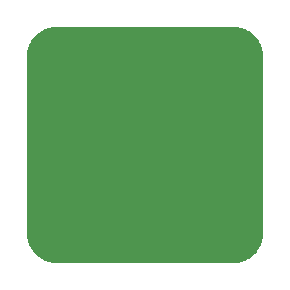
<source format=gbr>
%TF.GenerationSoftware,KiCad,Pcbnew,6.0.9+dfsg-1~bpo11+1*%
%TF.CreationDate,2022-11-11T15:11:50+01:00*%
%TF.ProjectId,012-prototype-board,3031322d-7072-46f7-946f-747970652d62,1*%
%TF.SameCoordinates,Original*%
%TF.FileFunction,Soldermask,Bot*%
%TF.FilePolarity,Negative*%
%FSLAX46Y46*%
G04 Gerber Fmt 4.6, Leading zero omitted, Abs format (unit mm)*
G04 Created by KiCad (PCBNEW 6.0.9+dfsg-1~bpo11+1) date 2022-11-11 15:11:50*
%MOMM*%
%LPD*%
G01*
G04 APERTURE LIST*
%ADD10C,3.400000*%
%ADD11C,1.400000*%
G04 APERTURE END LIST*
D10*
%TO.C,H1*%
X152500000Y-77500000D03*
%TD*%
%TO.C,H2*%
X152500000Y-92500000D03*
%TD*%
%TO.C,H4*%
X167500000Y-77500000D03*
%TD*%
D11*
%TO.C,REF\u002A\u002A*%
X157500000Y-77500000D03*
%TD*%
D10*
%TO.C,H3*%
X167500000Y-92500000D03*
%TD*%
G36*
X167504119Y-75000270D02*
G01*
X167818073Y-75020848D01*
X167834413Y-75022999D01*
X168138950Y-75083574D01*
X168154871Y-75087840D01*
X168448888Y-75187646D01*
X168464114Y-75193953D01*
X168742592Y-75331283D01*
X168756866Y-75339524D01*
X169015034Y-75512027D01*
X169028109Y-75522060D01*
X169261557Y-75726788D01*
X169273212Y-75738443D01*
X169477940Y-75971891D01*
X169487973Y-75984966D01*
X169660476Y-76243134D01*
X169668717Y-76257408D01*
X169806047Y-76535886D01*
X169812354Y-76551112D01*
X169912160Y-76845129D01*
X169916426Y-76861050D01*
X169977001Y-77165587D01*
X169979152Y-77181927D01*
X169999730Y-77495881D01*
X170000000Y-77504122D01*
X170000000Y-92495878D01*
X169999730Y-92504119D01*
X169979152Y-92818073D01*
X169977001Y-92834413D01*
X169916426Y-93138950D01*
X169912160Y-93154871D01*
X169812354Y-93448888D01*
X169806047Y-93464114D01*
X169668717Y-93742592D01*
X169660476Y-93756866D01*
X169487973Y-94015034D01*
X169477940Y-94028109D01*
X169273212Y-94261557D01*
X169261557Y-94273212D01*
X169028109Y-94477940D01*
X169015034Y-94487973D01*
X168756866Y-94660476D01*
X168742592Y-94668717D01*
X168464114Y-94806047D01*
X168448888Y-94812354D01*
X168154871Y-94912160D01*
X168138950Y-94916426D01*
X167834413Y-94977001D01*
X167818073Y-94979152D01*
X167504119Y-94999730D01*
X167495878Y-95000000D01*
X152504122Y-95000000D01*
X152495881Y-94999730D01*
X152181927Y-94979152D01*
X152165587Y-94977001D01*
X151861050Y-94916426D01*
X151845129Y-94912160D01*
X151551112Y-94812354D01*
X151535886Y-94806047D01*
X151257408Y-94668717D01*
X151243134Y-94660476D01*
X150984966Y-94487973D01*
X150971891Y-94477940D01*
X150738443Y-94273212D01*
X150726788Y-94261557D01*
X150522060Y-94028109D01*
X150512027Y-94015034D01*
X150339524Y-93756866D01*
X150331283Y-93742592D01*
X150193953Y-93464114D01*
X150187646Y-93448888D01*
X150087840Y-93154871D01*
X150083574Y-93138950D01*
X150022999Y-92834413D01*
X150020848Y-92818073D01*
X150000270Y-92504119D01*
X150000000Y-92495878D01*
X150000000Y-77504122D01*
X150000270Y-77495881D01*
X150020848Y-77181927D01*
X150022999Y-77165587D01*
X150083574Y-76861050D01*
X150087840Y-76845129D01*
X150187646Y-76551112D01*
X150193953Y-76535886D01*
X150331283Y-76257408D01*
X150339524Y-76243134D01*
X150512027Y-75984966D01*
X150522060Y-75971891D01*
X150726788Y-75738443D01*
X150738443Y-75726788D01*
X150971891Y-75522060D01*
X150984966Y-75512027D01*
X151243134Y-75339524D01*
X151257408Y-75331283D01*
X151535886Y-75193953D01*
X151551112Y-75187646D01*
X151845129Y-75087840D01*
X151861050Y-75083574D01*
X152165587Y-75022999D01*
X152181927Y-75020848D01*
X152495881Y-75000270D01*
X152504122Y-75000000D01*
X167495878Y-75000000D01*
X167504119Y-75000270D01*
G37*
M02*

</source>
